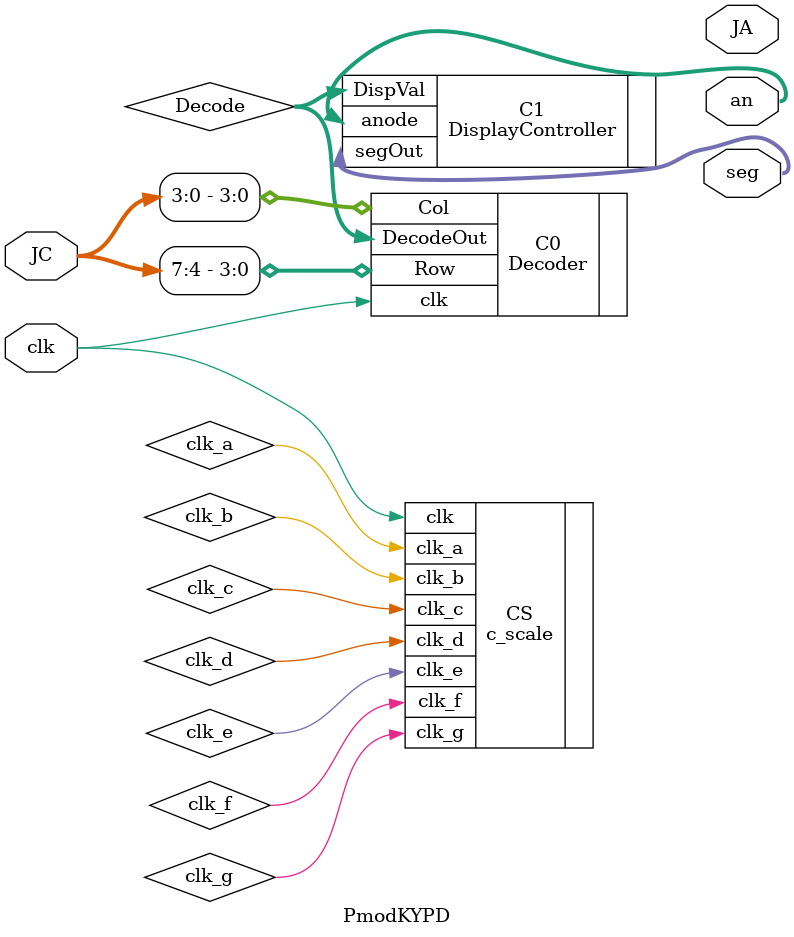
<source format=v>
`timescale 1ns / 1ps

// ==============================================================================================
// 												Define Module
// ==============================================================================================
module PmodKYPD(
    clk,
    JC,
	 JA,
    an,
    seg
    );
	 
	 
// ==============================================================================================
// 											Port Declarations
// ==============================================================================================
	input clk;					// 100Mhz onboard clock
	inout [7:0] JC;			// Port JA on Nexys3, JA[3:0] is Columns, JA[10:7] is rows
	output [7:0] JA;			// speaker
	output [3:0] an;			// Anodes on seven segment display
	output [6:0] seg;			// Cathodes on seven segment display

// ==============================================================================================
// 							  		Parameters, Regsiters, and Wires
// ==============================================================================================
	
	// Output wires
	wire [3:0] an;
	wire [6:0] seg;
	
	wire [3:0] Decode;

// ==============================================================================================
// 												Implementation
// ==============================================================================================

	//-----------------------------------------------
	//  						Decoder
	//-----------------------------------------------
	Decoder C0(
			.clk(clk),
			.Row(JC[7:4]),
			.Col(JC[3:0]),
			.DecodeOut(Decode)
	);

	//-----------------------------------------------
	//  		Seven Segment Display Controller
	//-----------------------------------------------
	DisplayController C1(
			.DispVal(Decode),
			.anode(an),
			.segOut(seg)
	);
	
	//-----------------------------------------------
	//  		C scale clock divider
	//-----------------------------------------------
	wire	clk_a;
	wire	clk_b;
	wire	clk_c;
	wire	clk_d;
	wire	clk_e;
	wire	clk_f;
	wire	clk_g;

	c_scale CS (
		.clk(clk),
		.clk_a(clk_a),
		.clk_b(clk_b),
		.clk_c(clk_c),
		.clk_d(clk_d),
		.clk_e(clk_e),
		.clk_f(clk_f),
		.clk_g(clk_g)
	);
	//-----------------------------------------------
	//  		Speaker
	//-----------------------------------------------
	
	
	/*
	SpeakerController spkctrl (
		.numCode(Decode),
		.clk_a(clk_a),
		.clk_b(clk_b),
		.clk_c(clk_c),
		.clk_d(clk_d),
		.clk_e(clk_e),
		.clk_f(clk_f),
		.clk_g(clk_g),
		.spk(JA)
	);
	
	*/
endmodule

</source>
